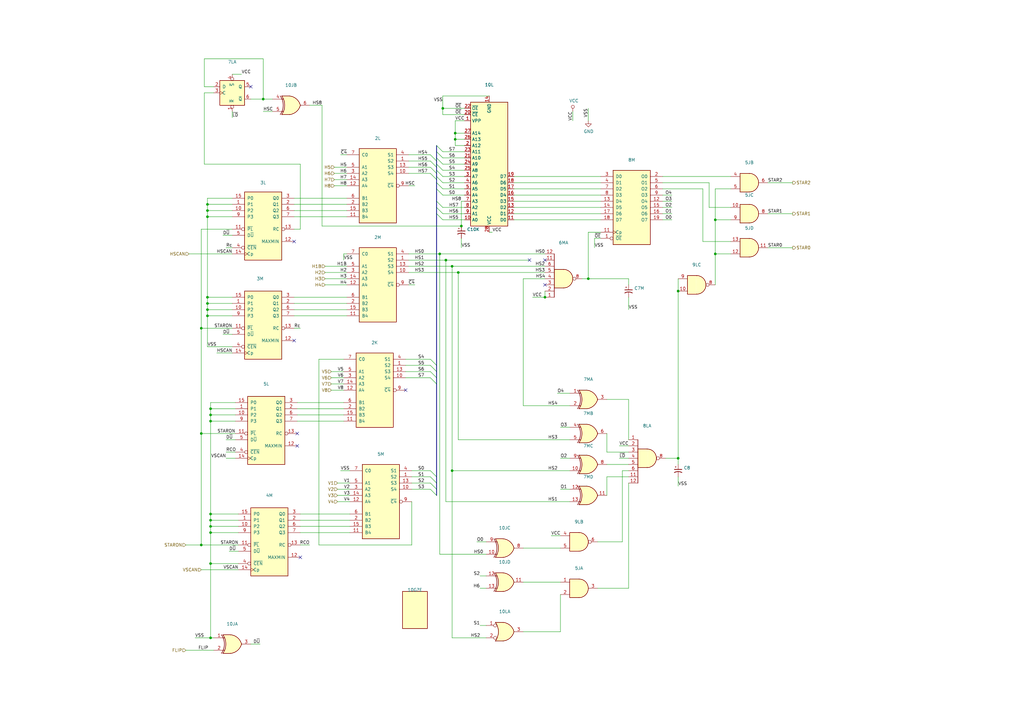
<source format=kicad_sch>
(kicad_sch (version 20211123) (generator eeschema)
  (paper "A3")
  (lib_symbols
    (symbol "Device:CP1_Small" (pin_numbers hide) (pin_names (offset 0.254) hide)
      (property "Reference" "C" (at 0.254 1.778 0))
      (property "Value" "CP1_Small" (at 0.254 -2.032 0))
      (symbol "CP1_Small_1_1"
        (pin passive line (at 0 2.54 270) (length 2.032) (name "~") (number "1"))
        (pin passive line (at 0 -2.54 90) (length 2.032) (name "~") (number "2"))
      )
    )
    (symbol "Memory_EPROM:27256"
      (property "Reference" "U" (at -7.62 26.67 0))
      (property "Value" "27256" (at 2.54 -26.67 0))
      (symbol "27256_1_1"
        (pin input line (at -10.16 -17.78 0) (length 2.54) (name "VPP") (number "1"))
        (pin input line (at -10.16 22.86 0) (length 2.54) (name "A0") (number "10"))
        (pin tri_state line (at 10.16 22.86 180) (length 2.54) (name "D0") (number "11"))
        (pin tri_state line (at 10.16 20.32 180) (length 2.54) (name "D1") (number "12"))
        (pin tri_state line (at 10.16 17.78 180) (length 2.54) (name "D2") (number "13"))
        (pin power_in line (at 0 -27.94 90) (length 2.54) (name "GND") (number "14"))
        (pin tri_state line (at 10.16 15.24 180) (length 2.54) (name "D3") (number "15"))
        (pin tri_state line (at 10.16 12.7 180) (length 2.54) (name "D4") (number "16"))
        (pin tri_state line (at 10.16 10.16 180) (length 2.54) (name "D5") (number "17"))
        (pin tri_state line (at 10.16 7.62 180) (length 2.54) (name "D6") (number "18"))
        (pin tri_state line (at 10.16 5.08 180) (length 2.54) (name "D7") (number "19"))
        (pin input line (at -10.16 -7.62 0) (length 2.54) (name "A12") (number "2"))
        (pin input line (at -10.16 -20.32 0) (length 2.54) (name "~{CE}") (number "20"))
        (pin input line (at -10.16 -2.54 0) (length 2.54) (name "A10") (number "21"))
        (pin input line (at -10.16 -22.86 0) (length 2.54) (name "~{OE}") (number "22"))
        (pin input line (at -10.16 -5.08 0) (length 2.54) (name "A11") (number "23"))
        (pin input line (at -10.16 0 0) (length 2.54) (name "A9") (number "24"))
        (pin input line (at -10.16 2.54 0) (length 2.54) (name "A8") (number "25"))
        (pin input line (at -10.16 -10.16 0) (length 2.54) (name "A13") (number "26"))
        (pin input line (at -10.16 -12.7 0) (length 2.54) (name "A14") (number "27"))
        (pin power_in line (at 0 27.94 270) (length 2.54) (name "VCC") (number "28"))
        (pin input line (at -10.16 5.08 0) (length 2.54) (name "A7") (number "3"))
        (pin input line (at -10.16 7.62 0) (length 2.54) (name "A6") (number "4"))
        (pin input line (at -10.16 10.16 0) (length 2.54) (name "A5") (number "5"))
        (pin input line (at -10.16 12.7 0) (length 2.54) (name "A4") (number "6"))
        (pin input line (at -10.16 15.24 0) (length 2.54) (name "A3") (number "7"))
        (pin input line (at -10.16 17.78 0) (length 2.54) (name "A2") (number "8"))
        (pin input line (at -10.16 20.32 0) (length 2.54) (name "A1") (number "9"))
      )
    )
    (symbol "jt74:74LS00" (pin_names (offset 1.016))
      (property "Reference" "U" (at 0 1.27 0))
      (property "Value" "jt74_74LS00" (at 0 -1.27 0))
      (symbol "74LS00_1_1"
        (pin input line (at -7.62 2.54 0) (length 3.81) (name "~") (number "1"))
        (pin input line (at -7.62 -2.54 0) (length 3.81) (name "~") (number "2"))
        (pin output inverted (at 7.62 0 180) (length 3.81) (name "~") (number "3"))
      )
      (symbol "74LS00_1_2"
        (pin input inverted (at -7.62 2.54 0) (length 4.318) (name "~") (number "1"))
        (pin input inverted (at -7.62 -2.54 0) (length 4.318) (name "~") (number "2"))
        (pin output line (at 7.62 0 180) (length 3.81) (name "~") (number "3"))
      )
      (symbol "74LS00_2_1"
        (pin input line (at -7.62 2.54 0) (length 3.81) (name "~") (number "4"))
        (pin input line (at -7.62 -2.54 0) (length 3.81) (name "~") (number "5"))
        (pin output inverted (at 7.62 0 180) (length 3.81) (name "~") (number "6"))
      )
      (symbol "74LS00_2_2"
        (pin input inverted (at -7.62 2.54 0) (length 4.318) (name "~") (number "4"))
        (pin input inverted (at -7.62 -2.54 0) (length 4.318) (name "~") (number "5"))
        (pin output line (at 7.62 0 180) (length 3.81) (name "~") (number "6"))
      )
      (symbol "74LS00_3_1"
        (pin input line (at -7.62 -2.54 0) (length 3.81) (name "~") (number "10"))
        (pin output inverted (at 7.62 0 180) (length 3.81) (name "~") (number "8"))
        (pin input line (at -7.62 2.54 0) (length 3.81) (name "~") (number "9"))
      )
      (symbol "74LS00_3_2"
        (pin input inverted (at -7.62 -2.54 0) (length 4.318) (name "~") (number "10"))
        (pin output line (at 7.62 0 180) (length 3.81) (name "~") (number "8"))
        (pin input inverted (at -7.62 2.54 0) (length 4.318) (name "~") (number "9"))
      )
      (symbol "74LS00_4_1"
        (pin output inverted (at 7.62 0 180) (length 3.81) (name "~") (number "11"))
        (pin input line (at -7.62 2.54 0) (length 3.81) (name "~") (number "12"))
        (pin input line (at -7.62 -2.54 0) (length 3.81) (name "~") (number "13"))
      )
      (symbol "74LS00_4_2"
        (pin output line (at 7.62 0 180) (length 3.81) (name "~") (number "11"))
        (pin input inverted (at -7.62 2.54 0) (length 4.318) (name "~") (number "12"))
        (pin input inverted (at -7.62 -2.54 0) (length 4.318) (name "~") (number "13"))
      )
      (symbol "74LS00_5_0"
        (pin input line (at 0 12.7 270) (length 5.08) hide (name "VCC") (number "14"))
        (pin input line (at 0 -12.7 90) (length 5.08) hide (name "GND") (number "7"))
      )
    )
    (symbol "jt74:74LS08" (pin_names (offset 1.016))
      (property "Reference" "U" (at 0 1.27 0))
      (property "Value" "jt74_74LS08" (at 0 -1.27 0))
      (symbol "74LS08_1_1"
        (pin input line (at -7.62 2.54 0) (length 3.81) (name "~") (number "1"))
        (pin input line (at -7.62 -2.54 0) (length 3.81) (name "~") (number "2"))
        (pin output line (at 7.62 0 180) (length 3.81) (name "~") (number "3"))
      )
      (symbol "74LS08_1_2"
        (pin input inverted (at -7.62 2.54 0) (length 4.318) (name "~") (number "1"))
        (pin input inverted (at -7.62 -2.54 0) (length 4.318) (name "~") (number "2"))
        (pin output inverted (at 7.62 0 180) (length 3.81) (name "~") (number "3"))
      )
      (symbol "74LS08_2_1"
        (pin input line (at -7.62 2.54 0) (length 3.81) (name "~") (number "4"))
        (pin input line (at -7.62 -2.54 0) (length 3.81) (name "~") (number "5"))
        (pin output line (at 7.62 0 180) (length 3.81) (name "~") (number "6"))
      )
      (symbol "74LS08_2_2"
        (pin input inverted (at -7.62 2.54 0) (length 4.318) (name "~") (number "4"))
        (pin input inverted (at -7.62 -2.54 0) (length 4.318) (name "~") (number "5"))
        (pin output inverted (at 7.62 0 180) (length 3.81) (name "~") (number "6"))
      )
      (symbol "74LS08_3_1"
        (pin input line (at -7.62 -2.54 0) (length 3.81) (name "~") (number "10"))
        (pin output line (at 7.62 0 180) (length 3.81) (name "~") (number "8"))
        (pin input line (at -7.62 2.54 0) (length 3.81) (name "~") (number "9"))
      )
      (symbol "74LS08_3_2"
        (pin input inverted (at -7.62 -2.54 0) (length 4.318) (name "~") (number "10"))
        (pin output inverted (at 7.62 0 180) (length 3.81) (name "~") (number "8"))
        (pin input inverted (at -7.62 2.54 0) (length 4.318) (name "~") (number "9"))
      )
      (symbol "74LS08_4_1"
        (pin output line (at 7.62 0 180) (length 3.81) (name "~") (number "11"))
        (pin input line (at -7.62 2.54 0) (length 3.81) (name "~") (number "12"))
        (pin input line (at -7.62 -2.54 0) (length 3.81) (name "~") (number "13"))
      )
      (symbol "74LS08_4_2"
        (pin output inverted (at 7.62 0 180) (length 3.81) (name "~") (number "11"))
        (pin input inverted (at -7.62 2.54 0) (length 4.318) (name "~") (number "12"))
        (pin input inverted (at -7.62 -2.54 0) (length 4.318) (name "~") (number "13"))
      )
      (symbol "74LS08_5_0"
        (pin input line (at 0 12.7 270) (length 5.08) hide (name "VCC") (number "14"))
        (pin input line (at 0 -12.7 90) (length 5.08) hide (name "GND") (number "7"))
      )
    )
    (symbol "jt74:74LS191" (pin_names (offset 1.016))
      (property "Reference" "U" (at -7.62 13.97 0))
      (property "Value" "jt74_74LS191" (at -7.62 -16.51 0))
      (symbol "74LS191_1_0"
        (pin input line (at -12.7 7.62 0) (length 5.08) (name "P1") (number "1"))
        (pin input line (at -12.7 5.08 0) (length 5.08) (name "P2") (number "10"))
        (pin input inverted (at -12.7 -2.54 0) (length 5.08) (name "~{PL}") (number "11"))
        (pin output line (at 12.7 -7.62 180) (length 5.08) (name "MAXMIN") (number "12"))
        (pin output inverted (at 12.7 -2.54 180) (length 5.08) (name "RC") (number "13"))
        (pin input clock (at -12.7 -12.7 0) (length 5.08) (name "Cp") (number "14"))
        (pin input line (at -12.7 10.16 0) (length 5.08) (name "P0") (number "15"))
        (pin input line (at 0 17.78 270) (length 5.08) hide (name "VCC") (number "16"))
        (pin output line (at 12.7 7.62 180) (length 5.08) (name "Q1") (number "2"))
        (pin output line (at 12.7 10.16 180) (length 5.08) (name "Q0") (number "3"))
        (pin input inverted (at -12.7 -10.16 0) (length 5.08) (name "~{CEN}") (number "4"))
        (pin input line (at -12.7 -5.08 0) (length 5.08) (name "D~{U}") (number "5"))
        (pin output line (at 12.7 5.08 180) (length 5.08) (name "Q2") (number "6"))
        (pin output line (at 12.7 2.54 180) (length 5.08) (name "Q3") (number "7"))
        (pin input line (at 0 -20.32 90) (length 5.08) hide (name "GND") (number "8"))
        (pin input line (at -12.7 2.54 0) (length 5.08) (name "P3") (number "9"))
      )
    )
    (symbol "jt74:74LS283" (pin_names (offset 1.016))
      (property "Reference" "U" (at 0 -5.08 0))
      (property "Value" "jt74_74LS283" (at 1.27 -7.62 0))
      (symbol "74LS283_1_0"
        (pin output line (at 12.7 10.16 180) (length 5.08) (name "S2") (number "1"))
        (pin output line (at 12.7 5.08 180) (length 5.08) (name "S4") (number "10"))
        (pin input line (at -12.7 -12.7 0) (length 5.08) (name "B4") (number "11"))
        (pin input line (at -12.7 0 0) (length 5.08) (name "A4") (number "12"))
        (pin output line (at 12.7 7.62 180) (length 5.08) (name "S3") (number "13"))
        (pin input line (at -12.7 2.54 0) (length 5.08) (name "A3") (number "14"))
        (pin input line (at -12.7 -10.16 0) (length 5.08) (name "B3") (number "15"))
        (pin input line (at -12.7 -7.62 0) (length 5.08) (name "B2") (number "2"))
        (pin input line (at -12.7 5.08 0) (length 5.08) (name "A2") (number "3"))
        (pin output line (at 12.7 12.7 180) (length 5.08) (name "S1") (number "4"))
        (pin input line (at -12.7 7.62 0) (length 5.08) (name "A1") (number "5"))
        (pin input line (at -12.7 -5.08 0) (length 5.08) (name "B1") (number "6"))
        (pin input line (at -12.7 12.7 0) (length 5.08) (name "C0") (number "7"))
        (pin output inverted (at 12.7 0 180) (length 5.08) (name "~{C4}") (number "9"))
      )
    )
    (symbol "jt74:74LS30" (pin_names (offset 1.016))
      (property "Reference" "U" (at 0 1.27 0))
      (property "Value" "jt74_74LS30" (at 0 -1.27 0))
      (symbol "74LS30_1_1"
        (pin input line (at -7.62 7.62 0) (length 3.81) (name "~") (number "1"))
        (pin input line (at -7.62 -7.62 0) (length 3.81) (name "~") (number "11"))
        (pin input line (at -7.62 -10.16 0) (length 3.81) (name "~") (number "12"))
        (pin input line (at -7.62 5.08 0) (length 3.81) (name "~") (number "2"))
        (pin input line (at -7.62 2.54 0) (length 3.81) (name "~") (number "3"))
        (pin input line (at -7.62 0 0) (length 3.81) (name "~") (number "4"))
        (pin input line (at -7.62 -2.54 0) (length 3.81) (name "~") (number "5"))
        (pin input line (at -7.62 -5.08 0) (length 3.81) (name "~") (number "6"))
        (pin output inverted (at 7.62 0 180) (length 3.81) (name "~") (number "8"))
      )
      (symbol "74LS30_1_2"
        (pin input inverted (at -7.62 7.62 0) (length 3.81) (name "~") (number "1"))
        (pin input inverted (at -7.62 -7.62 0) (length 3.81) (name "~") (number "11"))
        (pin input inverted (at -7.62 -10.16 0) (length 3.81) (name "~") (number "12"))
        (pin input inverted (at -7.62 5.08 0) (length 3.81) (name "~") (number "2"))
        (pin input inverted (at -7.62 2.54 0) (length 4.5466) (name "~") (number "3"))
        (pin input inverted (at -7.62 0 0) (length 5.08) (name "~") (number "4"))
        (pin input inverted (at -7.62 -2.54 0) (length 4.5466) (name "~") (number "5"))
        (pin input inverted (at -7.62 -5.08 0) (length 3.81) (name "~") (number "6"))
        (pin output line (at 7.62 0 180) (length 3.81) (name "~") (number "8"))
      )
      (symbol "74LS30_2_0"
        (pin input line (at 0 12.7 270) (length 5.08) hide (name "VCC") (number "14"))
        (pin input line (at 0 -12.7 90) (length 5.08) hide (name "GND") (number "7"))
      )
    )
    (symbol "jt74:74LS374" (pin_names (offset 1.016))
      (property "Reference" "U" (at 0 1.27 0))
      (property "Value" "jt74_74LS374" (at 2.54 -13.97 0))
      (symbol "74LS374_1_0"
        (pin input inverted (at -12.7 -12.7 0) (length 5.08) (name "~{OE}") (number "1"))
        (pin input clock (at -12.7 -10.16 0) (length 5.08) (name "Cp") (number "11"))
        (pin tri_state line (at 12.7 2.54 180) (length 5.08) (name "O4") (number "12"))
        (pin input line (at -12.7 2.54 0) (length 5.08) (name "D4") (number "13"))
        (pin input line (at -12.7 0 0) (length 5.08) (name "D5") (number "14"))
        (pin tri_state line (at 12.7 0 180) (length 5.08) (name "O5") (number "15"))
        (pin tri_state line (at 12.7 -2.54 180) (length 5.08) (name "O6") (number "16"))
        (pin input line (at -12.7 -2.54 0) (length 5.08) (name "D6") (number "17"))
        (pin input line (at -12.7 -5.08 0) (length 5.08) (name "D7") (number "18"))
        (pin tri_state line (at 12.7 -5.08 180) (length 5.08) (name "O7") (number "19"))
        (pin tri_state line (at 12.7 12.7 180) (length 5.08) (name "O0") (number "2"))
        (pin input line (at -12.7 12.7 0) (length 5.08) (name "D0") (number "3"))
        (pin input line (at -12.7 10.16 0) (length 5.08) (name "D1") (number "4"))
        (pin tri_state line (at 12.7 10.16 180) (length 5.08) (name "O1") (number "5"))
        (pin tri_state line (at 12.7 7.62 180) (length 5.08) (name "O2") (number "6"))
        (pin input line (at -12.7 7.62 0) (length 5.08) (name "D2") (number "7"))
        (pin input line (at -12.7 5.08 0) (length 5.08) (name "D3") (number "8"))
        (pin tri_state line (at 12.7 5.08 180) (length 5.08) (name "O3") (number "9"))
      )
    )
    (symbol "jt74:74LS74" (pin_names (offset 1.016))
      (property "Reference" "U" (at -7.62 8.89 0))
      (property "Value" "jt74_74LS74" (at -7.62 -8.89 0))
      (symbol "74LS74_1_0"
        (pin input inverted (at 0 -7.62 90) (length 2.54) (name "~{R}") (number "1"))
        (pin input line (at -7.62 2.54 0) (length 2.54) (name "D") (number "2"))
        (pin input clock (at -7.62 0 0) (length 2.54) (name "C") (number "3"))
        (pin input inverted (at 0 7.62 270) (length 2.54) (name "~{S}") (number "4"))
        (pin output line (at 7.62 2.54 180) (length 2.54) (name "Q") (number "5"))
        (pin output line (at 7.62 -2.54 180) (length 2.54) (name "~{Q}") (number "6"))
      )
      (symbol "74LS74_2_0"
        (pin input line (at 0 7.62 270) (length 2.54) (name "~{S}") (number "10"))
        (pin input clock (at -7.62 0 0) (length 2.54) (name "C") (number "11"))
        (pin input line (at -7.62 2.54 0) (length 2.54) (name "D") (number "12"))
        (pin input line (at 0 -7.62 90) (length 2.54) (name "~{R}") (number "13"))
        (pin output line (at 7.62 -2.54 180) (length 2.54) (name "~{Q}") (number "8"))
        (pin output line (at 7.62 2.54 180) (length 2.54) (name "Q") (number "9"))
      )
      (symbol "74LS74_3_0"
        (pin input line (at 0 10.16 270) (length 2.54) hide (name "VCC") (number "14"))
        (pin input line (at 0 -10.16 90) (length 2.54) hide (name "GND") (number "7"))
      )
    )
    (symbol "jt74:74LS86" (pin_names (offset 1.016))
      (property "Reference" "U" (at 0 1.27 0))
      (property "Value" "jt74_74LS86" (at 0 -1.27 0))
      (symbol "74LS86_1_0"
        (pin input line (at -7.62 2.54 0) (length 4.445) (name "~") (number "1"))
        (pin input line (at -7.62 -2.54 0) (length 4.445) (name "~") (number "2"))
        (pin output line (at 7.62 0 180) (length 3.81) (name "~") (number "3"))
      )
      (symbol "74LS86_2_0"
        (pin input line (at -7.62 2.54 0) (length 4.445) (name "~") (number "4"))
        (pin input line (at -7.62 -2.54 0) (length 4.445) (name "~") (number "5"))
        (pin output line (at 7.62 0 180) (length 3.81) (name "~") (number "6"))
      )
      (symbol "74LS86_3_0"
        (pin input line (at -7.62 -2.54 0) (length 4.445) (name "~") (number "10"))
        (pin output line (at 7.62 0 180) (length 3.81) (name "~") (number "8"))
        (pin input line (at -7.62 2.54 0) (length 4.445) (name "~") (number "9"))
      )
      (symbol "74LS86_4_0"
        (pin output line (at 7.62 0 180) (length 3.81) (name "~") (number "11"))
        (pin input line (at -7.62 2.54 0) (length 4.445) (name "~") (number "12"))
        (pin input line (at -7.62 -2.54 0) (length 4.445) (name "~") (number "13"))
      )
      (symbol "74LS86_5_0"
        (pin input line (at 0 12.7 270) (length 5.08) hide (name "VCC") (number "14"))
        (pin input line (at 0 -12.7 90) (length 5.08) hide (name "GND") (number "7"))
      )
    )
    (symbol "power:GND" (power) (pin_names (offset 0))
      (property "Value" "GND" (at 0 -3.81 0))
      (symbol "GND_1_1"
        (pin power_in line (at 0 0 270) (length 0) hide (name "GND") (number "1"))
      )
    )
    (symbol "power:VCC" (power) (pin_names (offset 0))
      (property "Value" "VCC" (at 0 3.81 0))
      (symbol "VCC_1_1"
        (pin power_in line (at 0 0 90) (length 0) hide (name "VCC") (number "1"))
      )
    )
  )
  (junction (at 86.36 231.14))
  (junction (at 278.13 187.96))
  (junction (at 85.09 83.82))
  (junction (at 86.36 261.62))
  (junction (at 82.55 134.62))
  (junction (at 85.09 86.36))
  (junction (at 85.09 124.46))
  (junction (at 86.36 167.64))
  (junction (at 186.69 54.61))
  (junction (at 85.09 88.9))
  (junction (at 85.09 127))
  (junction (at 185.42 193.04))
  (junction (at 86.36 215.9))
  (junction (at 85.09 129.54))
  (junction (at 241.3 114.3))
  (junction (at 86.36 218.44))
  (junction (at 86.36 170.18))
  (junction (at 86.36 210.82))
  (junction (at 181.61 44.45))
  (junction (at 293.37 104.14))
  (junction (at 180.34 104.14))
  (junction (at 187.96 111.76))
  (junction (at 86.36 213.36))
  (junction (at 278.13 119.38))
  (junction (at 85.09 121.92))
  (junction (at 107.95 40.64))
  (junction (at 293.37 90.17))
  (junction (at 185.42 109.22))
  (junction (at 223.52 121.92))
  (junction (at 86.36 172.72))
  (junction (at 182.88 106.68))
  (junction (at 82.55 177.8))
  (junction (at 189.23 92.71))
  (junction (at 82.55 223.52))
  (junction (at 186.69 57.15))
  (no_connect (at 223.52 116.84))
  (no_connect (at 121.92 182.88))
  (no_connect (at 166.37 160.02))
  (no_connect (at 121.92 177.8))
  (no_connect (at 123.19 228.6))
  (no_connect (at 223.52 106.68))
  (no_connect (at 120.65 139.7))
  (no_connect (at 102.87 35.56))
  (no_connect (at 217.17 106.68))
  (no_connect (at 120.65 99.06))
  (bus_entry (at 179.07 62.23) (size 2.54 2.54))
  (bus_entry (at 179.07 157.48) (size -2.54 -2.54))
  (bus_entry (at 179.07 68.58) (size -2.54 -2.54))
  (bus_entry (at 179.07 72.39) (size 2.54 2.54))
  (bus_entry (at 176.53 195.58) (size 2.54 2.54))
  (bus_entry (at 179.07 66.04) (size -2.54 -2.54))
  (bus_entry (at 179.07 149.86) (size -2.54 -2.54))
  (bus_entry (at 179.07 71.12) (size -2.54 -2.54))
  (bus_entry (at 179.07 154.94) (size -2.54 -2.54))
  (bus_entry (at 179.07 64.77) (size 2.54 2.54))
  (bus_entry (at 179.07 85.09) (size 2.54 2.54))
  (bus_entry (at 179.07 77.47) (size 2.54 2.54))
  (bus_entry (at 179.07 59.69) (size 2.54 2.54))
  (bus_entry (at 179.07 73.66) (size -2.54 -2.54))
  (bus_entry (at 179.07 74.93) (size 2.54 2.54))
  (bus_entry (at 179.07 69.85) (size 2.54 2.54))
  (bus_entry (at 179.07 67.31) (size 2.54 2.54))
  (bus_entry (at 179.07 82.55) (size 2.54 2.54))
  (bus_entry (at 176.53 200.66) (size 2.54 2.54))
  (bus_entry (at 179.07 152.4) (size -2.54 -2.54))
  (bus_entry (at 176.53 193.04) (size 2.54 2.54))
  (bus_entry (at 176.53 198.12) (size 2.54 2.54))
  (bus_entry (at 179.07 87.63) (size 2.54 2.54))
  (wire (pts (xy 229.87 175.26) (xy 233.68 175.26)))
  (wire (pts (xy 228.6 161.29) (xy 233.68 161.29)))
  (wire (pts (xy 170.18 116.84) (xy 167.64 116.84)))
  (wire (pts (xy 85.09 124.46) (xy 85.09 127)))
  (wire (pts (xy 176.53 200.66) (xy 168.91 200.66)))
  (wire (pts (xy 181.61 64.77) (xy 190.5 64.77)))
  (wire (pts (xy 123.19 134.62) (xy 120.65 134.62)))
  (wire (pts (xy 95.25 30.48) (xy 99.06 30.48)))
  (wire (pts (xy 196.85 256.54) (xy 199.39 256.54)))
  (wire (pts (xy 181.61 44.45) (xy 190.5 44.45)))
  (wire (pts (xy 120.65 121.92) (xy 142.24 121.92)))
  (wire (pts (xy 82.55 134.62) (xy 82.55 93.98)))
  (wire (pts (xy 233.68 180.34) (xy 187.96 180.34)))
  (wire (pts (xy 130.81 223.52) (xy 168.91 223.52)))
  (wire (pts (xy 214.63 114.3) (xy 223.52 114.3)))
  (wire (pts (xy 96.52 165.1) (xy 86.36 165.1)))
  (wire (pts (xy 248.92 163.83) (xy 257.81 163.83)))
  (wire (pts (xy 121.92 167.64) (xy 140.97 167.64)))
  (wire (pts (xy 80.01 261.62) (xy 86.36 261.62)))
  (wire (pts (xy 241.3 95.25) (xy 241.3 114.3)))
  (wire (pts (xy 255.27 222.25) (xy 245.11 222.25)))
  (wire (pts (xy 180.34 104.14) (xy 180.34 227.33)))
  (wire (pts (xy 167.64 109.22) (xy 185.42 109.22)))
  (wire (pts (xy 181.61 90.17) (xy 190.5 90.17)))
  (wire (pts (xy 254 182.88) (xy 257.81 182.88)))
  (wire (pts (xy 86.36 165.1) (xy 86.36 167.64)))
  (wire (pts (xy 273.05 187.96) (xy 278.13 187.96)))
  (bus (pts (xy 179.07 152.4) (xy 179.07 154.94)))
  (wire (pts (xy 86.36 213.36) (xy 86.36 215.9)))
  (bus (pts (xy 179.07 77.47) (xy 179.07 82.55)))
  (wire (pts (xy 123.19 213.36) (xy 143.51 213.36)))
  (bus (pts (xy 179.07 71.12) (xy 179.07 72.39)))
  (wire (pts (xy 170.18 76.2) (xy 167.64 76.2)))
  (wire (pts (xy 87.63 38.1) (xy 83.82 38.1)))
  (wire (pts (xy 120.65 124.46) (xy 142.24 124.46)))
  (wire (pts (xy 137.16 76.2) (xy 142.24 76.2)))
  (wire (pts (xy 95.25 101.6) (xy 92.71 101.6)))
  (wire (pts (xy 181.61 74.93) (xy 190.5 74.93)))
  (wire (pts (xy 127 43.18) (xy 132.08 43.18)))
  (wire (pts (xy 86.36 170.18) (xy 86.36 172.72)))
  (bus (pts (xy 179.07 157.48) (xy 179.07 195.58)))
  (wire (pts (xy 257.81 114.3) (xy 257.81 116.84)))
  (wire (pts (xy 181.61 39.37) (xy 181.61 44.45)))
  (wire (pts (xy 137.16 71.12) (xy 142.24 71.12)))
  (wire (pts (xy 223.52 119.38) (xy 223.52 121.92)))
  (wire (pts (xy 123.19 215.9) (xy 143.51 215.9)))
  (wire (pts (xy 210.82 85.09) (xy 246.38 85.09)))
  (wire (pts (xy 97.79 210.82) (xy 86.36 210.82)))
  (bus (pts (xy 179.07 64.77) (xy 179.07 66.04)))
  (wire (pts (xy 95.25 88.9) (xy 85.09 88.9)))
  (wire (pts (xy 255.27 193.04) (xy 255.27 222.25)))
  (wire (pts (xy 248.92 195.58) (xy 248.92 203.2)))
  (wire (pts (xy 82.55 177.8) (xy 82.55 134.62)))
  (wire (pts (xy 76.2 266.7) (xy 87.63 266.7)))
  (wire (pts (xy 314.96 101.6) (xy 325.12 101.6)))
  (wire (pts (xy 257.81 195.58) (xy 248.92 195.58)))
  (wire (pts (xy 85.09 86.36) (xy 85.09 88.9)))
  (wire (pts (xy 243.84 97.79) (xy 243.84 101.6)))
  (wire (pts (xy 248.92 185.42) (xy 257.81 185.42)))
  (wire (pts (xy 85.09 127) (xy 95.25 127)))
  (wire (pts (xy 83.82 67.31) (xy 123.19 67.31)))
  (wire (pts (xy 257.81 241.3) (xy 245.11 241.3)))
  (wire (pts (xy 257.81 163.83) (xy 257.81 180.34)))
  (wire (pts (xy 102.87 264.16) (xy 106.68 264.16)))
  (wire (pts (xy 196.85 241.3) (xy 199.39 241.3)))
  (wire (pts (xy 95.25 96.52) (xy 91.44 96.52)))
  (wire (pts (xy 271.78 90.17) (xy 275.59 90.17)))
  (wire (pts (xy 121.92 172.72) (xy 140.97 172.72)))
  (wire (pts (xy 182.88 106.68) (xy 217.17 106.68)))
  (wire (pts (xy 123.19 93.98) (xy 120.65 93.98)))
  (wire (pts (xy 142.24 63.5) (xy 139.7 63.5)))
  (wire (pts (xy 229.87 200.66) (xy 233.68 200.66)))
  (wire (pts (xy 246.38 95.25) (xy 241.3 95.25)))
  (wire (pts (xy 196.85 236.22) (xy 199.39 236.22)))
  (wire (pts (xy 257.81 187.96) (xy 254 187.96)))
  (wire (pts (xy 168.91 223.52) (xy 168.91 205.74)))
  (wire (pts (xy 85.09 88.9) (xy 85.09 121.92)))
  (wire (pts (xy 123.19 210.82) (xy 143.51 210.82)))
  (wire (pts (xy 133.35 116.84) (xy 142.24 116.84)))
  (wire (pts (xy 167.64 104.14) (xy 180.34 104.14)))
  (wire (pts (xy 140.97 104.14) (xy 142.24 104.14)))
  (bus (pts (xy 179.07 72.39) (xy 179.07 73.66)))
  (bus (pts (xy 179.07 149.86) (xy 179.07 152.4)))
  (wire (pts (xy 176.53 198.12) (xy 168.91 198.12)))
  (wire (pts (xy 85.09 121.92) (xy 95.25 121.92)))
  (wire (pts (xy 229.87 187.96) (xy 233.68 187.96)))
  (wire (pts (xy 293.37 90.17) (xy 293.37 104.14)))
  (wire (pts (xy 120.65 83.82) (xy 142.24 83.82)))
  (wire (pts (xy 123.19 218.44) (xy 143.51 218.44)))
  (wire (pts (xy 120.65 81.28) (xy 142.24 81.28)))
  (wire (pts (xy 271.78 74.93) (xy 290.83 74.93)))
  (wire (pts (xy 176.53 66.04) (xy 167.64 66.04)))
  (wire (pts (xy 86.36 172.72) (xy 86.36 210.82)))
  (wire (pts (xy 133.35 111.76) (xy 142.24 111.76)))
  (bus (pts (xy 179.07 200.66) (xy 179.07 203.2)))
  (wire (pts (xy 241.3 49.53) (xy 241.3 44.45)))
  (wire (pts (xy 181.61 85.09) (xy 190.5 85.09)))
  (bus (pts (xy 179.07 198.12) (xy 179.07 200.66)))
  (wire (pts (xy 182.88 106.68) (xy 182.88 205.74)))
  (wire (pts (xy 82.55 134.62) (xy 95.25 134.62)))
  (wire (pts (xy 271.78 72.39) (xy 299.72 72.39)))
  (wire (pts (xy 88.9 144.78) (xy 95.25 144.78)))
  (wire (pts (xy 248.92 190.5) (xy 257.81 190.5)))
  (wire (pts (xy 95.25 83.82) (xy 85.09 83.82)))
  (bus (pts (xy 179.07 69.85) (xy 179.07 71.12)))
  (wire (pts (xy 120.65 127) (xy 142.24 127)))
  (wire (pts (xy 85.09 121.92) (xy 85.09 124.46)))
  (wire (pts (xy 140.97 104.14) (xy 140.97 106.68)))
  (wire (pts (xy 138.43 205.74) (xy 143.51 205.74)))
  (wire (pts (xy 87.63 35.56) (xy 83.82 35.56)))
  (wire (pts (xy 186.69 54.61) (xy 190.5 54.61)))
  (wire (pts (xy 176.53 68.58) (xy 167.64 68.58)))
  (wire (pts (xy 293.37 104.14) (xy 299.72 104.14)))
  (wire (pts (xy 95.25 81.28) (xy 85.09 81.28)))
  (wire (pts (xy 97.79 218.44) (xy 86.36 218.44)))
  (wire (pts (xy 181.61 77.47) (xy 190.5 77.47)))
  (wire (pts (xy 77.47 104.14) (xy 95.25 104.14)))
  (bus (pts (xy 179.07 66.04) (xy 179.07 67.31)))
  (wire (pts (xy 187.96 111.76) (xy 223.52 111.76)))
  (wire (pts (xy 271.78 80.01) (xy 275.59 80.01)))
  (wire (pts (xy 107.95 40.64) (xy 111.76 40.64)))
  (wire (pts (xy 195.58 222.25) (xy 199.39 222.25)))
  (wire (pts (xy 278.13 114.3) (xy 278.13 119.38)))
  (wire (pts (xy 85.09 124.46) (xy 95.25 124.46)))
  (wire (pts (xy 82.55 233.68) (xy 97.79 233.68)))
  (wire (pts (xy 167.64 106.68) (xy 182.88 106.68)))
  (wire (pts (xy 138.43 198.12) (xy 143.51 198.12)))
  (wire (pts (xy 238.76 114.3) (xy 241.3 114.3)))
  (wire (pts (xy 187.96 180.34) (xy 187.96 111.76)))
  (wire (pts (xy 97.79 231.14) (xy 86.36 231.14)))
  (wire (pts (xy 167.64 111.76) (xy 187.96 111.76)))
  (wire (pts (xy 271.78 82.55) (xy 275.59 82.55)))
  (wire (pts (xy 86.36 215.9) (xy 86.36 218.44)))
  (wire (pts (xy 257.81 121.92) (xy 257.81 127)))
  (wire (pts (xy 186.69 49.53) (xy 186.69 54.61)))
  (wire (pts (xy 138.43 200.66) (xy 143.51 200.66)))
  (wire (pts (xy 176.53 71.12) (xy 167.64 71.12)))
  (wire (pts (xy 97.79 213.36) (xy 86.36 213.36)))
  (wire (pts (xy 96.52 170.18) (xy 86.36 170.18)))
  (bus (pts (xy 179.07 59.69) (xy 179.07 62.23)))
  (wire (pts (xy 210.82 80.01) (xy 246.38 80.01)))
  (wire (pts (xy 181.61 67.31) (xy 190.5 67.31)))
  (wire (pts (xy 186.69 59.69) (xy 190.5 59.69)))
  (wire (pts (xy 143.51 193.04) (xy 139.7 193.04)))
  (wire (pts (xy 135.89 157.48) (xy 140.97 157.48)))
  (wire (pts (xy 82.55 93.98) (xy 95.25 93.98)))
  (wire (pts (xy 299.72 90.17) (xy 293.37 90.17)))
  (wire (pts (xy 185.42 109.22) (xy 223.52 109.22)))
  (wire (pts (xy 185.42 193.04) (xy 185.42 261.62)))
  (wire (pts (xy 96.52 180.34) (xy 92.71 180.34)))
  (wire (pts (xy 278.13 187.96) (xy 278.13 190.5)))
  (wire (pts (xy 97.79 226.06) (xy 93.98 226.06)))
  (wire (pts (xy 229.87 219.71) (xy 226.06 219.71)))
  (wire (pts (xy 95.25 137.16) (xy 91.44 137.16)))
  (wire (pts (xy 123.19 67.31) (xy 123.19 93.98)))
  (wire (pts (xy 130.81 147.32) (xy 130.81 223.52)))
  (wire (pts (xy 278.13 195.58) (xy 278.13 199.39)))
  (wire (pts (xy 83.82 38.1) (xy 83.82 67.31)))
  (wire (pts (xy 86.36 210.82) (xy 86.36 213.36)))
  (wire (pts (xy 135.89 154.94) (xy 140.97 154.94)))
  (wire (pts (xy 176.53 154.94) (xy 166.37 154.94)))
  (wire (pts (xy 200.66 95.25) (xy 201.93 95.25)))
  (wire (pts (xy 186.69 57.15) (xy 186.69 59.69)))
  (wire (pts (xy 190.5 57.15) (xy 186.69 57.15)))
  (wire (pts (xy 135.89 152.4) (xy 140.97 152.4)))
  (wire (pts (xy 138.43 203.2) (xy 143.51 203.2)))
  (wire (pts (xy 85.09 83.82) (xy 85.09 86.36)))
  (wire (pts (xy 271.78 87.63) (xy 275.59 87.63)))
  (wire (pts (xy 293.37 77.47) (xy 293.37 90.17)))
  (wire (pts (xy 96.52 172.72) (xy 86.36 172.72)))
  (wire (pts (xy 176.53 149.86) (xy 166.37 149.86)))
  (wire (pts (xy 290.83 74.93) (xy 290.83 85.09)))
  (wire (pts (xy 185.42 261.62) (xy 199.39 261.62)))
  (wire (pts (xy 137.16 68.58) (xy 142.24 68.58)))
  (wire (pts (xy 86.36 218.44) (xy 86.36 231.14)))
  (wire (pts (xy 86.36 167.64) (xy 86.36 170.18)))
  (wire (pts (xy 176.53 63.5) (xy 167.64 63.5)))
  (wire (pts (xy 210.82 77.47) (xy 246.38 77.47)))
  (bus (pts (xy 179.07 68.58) (xy 179.07 69.85)))
  (wire (pts (xy 181.61 80.01) (xy 190.5 80.01)))
  (wire (pts (xy 107.95 45.72) (xy 111.76 45.72)))
  (wire (pts (xy 214.63 224.79) (xy 229.87 224.79)))
  (wire (pts (xy 85.09 129.54) (xy 95.25 129.54)))
  (wire (pts (xy 214.63 166.37) (xy 233.68 166.37)))
  (wire (pts (xy 181.61 87.63) (xy 190.5 87.63)))
  (wire (pts (xy 86.36 231.14) (xy 86.36 261.62)))
  (wire (pts (xy 86.36 261.62) (xy 87.63 261.62)))
  (wire (pts (xy 137.16 73.66) (xy 142.24 73.66)))
  (wire (pts (xy 107.95 24.13) (xy 107.95 40.64)))
  (wire (pts (xy 233.68 193.04) (xy 185.42 193.04)))
  (wire (pts (xy 271.78 85.09) (xy 275.59 85.09)))
  (wire (pts (xy 185.42 109.22) (xy 185.42 193.04)))
  (wire (pts (xy 85.09 129.54) (xy 85.09 142.24)))
  (bus (pts (xy 179.07 67.31) (xy 179.07 68.58)))
  (wire (pts (xy 76.2 223.52) (xy 82.55 223.52)))
  (wire (pts (xy 120.65 86.36) (xy 142.24 86.36)))
  (wire (pts (xy 181.61 62.23) (xy 190.5 62.23)))
  (wire (pts (xy 82.55 223.52) (xy 97.79 223.52)))
  (wire (pts (xy 181.61 69.85) (xy 190.5 69.85)))
  (wire (pts (xy 278.13 119.38) (xy 278.13 187.96)))
  (wire (pts (xy 214.63 238.76) (xy 229.87 238.76)))
  (wire (pts (xy 189.23 82.55) (xy 189.23 92.71)))
  (wire (pts (xy 176.53 147.32) (xy 166.37 147.32)))
  (wire (pts (xy 248.92 177.8) (xy 248.92 185.42)))
  (bus (pts (xy 179.07 154.94) (xy 179.07 157.48)))
  (wire (pts (xy 210.82 90.17) (xy 246.38 90.17)))
  (wire (pts (xy 176.53 193.04) (xy 168.91 193.04)))
  (wire (pts (xy 190.5 49.53) (xy 186.69 49.53)))
  (wire (pts (xy 290.83 85.09) (xy 299.72 85.09)))
  (wire (pts (xy 199.39 227.33) (xy 180.34 227.33)))
  (wire (pts (xy 180.34 104.14) (xy 223.52 104.14)))
  (bus (pts (xy 179.07 82.55) (xy 179.07 85.09)))
  (wire (pts (xy 214.63 114.3) (xy 214.63 166.37)))
  (wire (pts (xy 130.81 147.32) (xy 140.97 147.32)))
  (wire (pts (xy 123.19 223.52) (xy 127 223.52)))
  (wire (pts (xy 210.82 87.63) (xy 246.38 87.63)))
  (wire (pts (xy 107.95 40.64) (xy 102.87 40.64)))
  (wire (pts (xy 299.72 99.06) (xy 288.29 99.06)))
  (wire (pts (xy 233.68 205.74) (xy 182.88 205.74)))
  (wire (pts (xy 200.66 39.37) (xy 181.61 39.37)))
  (wire (pts (xy 210.82 82.55) (xy 246.38 82.55)))
  (wire (pts (xy 85.09 81.28) (xy 85.09 83.82)))
  (wire (pts (xy 133.35 114.3) (xy 142.24 114.3)))
  (wire (pts (xy 181.61 46.99) (xy 190.5 46.99)))
  (bus (pts (xy 179.07 87.63) (xy 179.07 149.86)))
  (wire (pts (xy 121.92 170.18) (xy 140.97 170.18)))
  (wire (pts (xy 229.87 259.08) (xy 214.63 259.08)))
  (bus (pts (xy 179.07 73.66) (xy 179.07 74.93)))
  (wire (pts (xy 189.23 92.71) (xy 132.08 92.71)))
  (wire (pts (xy 176.53 195.58) (xy 168.91 195.58)))
  (wire (pts (xy 210.82 74.93) (xy 246.38 74.93)))
  (wire (pts (xy 82.55 177.8) (xy 96.52 177.8)))
  (wire (pts (xy 133.35 109.22) (xy 142.24 109.22)))
  (bus (pts (xy 179.07 62.23) (xy 179.07 64.77)))
  (wire (pts (xy 299.72 77.47) (xy 293.37 77.47)))
  (bus (pts (xy 179.07 74.93) (xy 179.07 77.47)))
  (wire (pts (xy 189.23 97.79) (xy 189.23 101.6)))
  (wire (pts (xy 82.55 223.52) (xy 82.55 177.8)))
  (bus (pts (xy 179.07 85.09) (xy 179.07 87.63)))
  (wire (pts (xy 218.44 121.92) (xy 223.52 121.92)))
  (wire (pts (xy 85.09 127) (xy 85.09 129.54)))
  (wire (pts (xy 257.81 198.12) (xy 257.81 241.3)))
  (wire (pts (xy 229.87 243.84) (xy 229.87 259.08)))
  (wire (pts (xy 257.81 193.04) (xy 255.27 193.04)))
  (wire (pts (xy 83.82 24.13) (xy 107.95 24.13)))
  (wire (pts (xy 241.3 114.3) (xy 257.81 114.3)))
  (wire (pts (xy 95.25 86.36) (xy 85.09 86.36)))
  (wire (pts (xy 181.61 44.45) (xy 181.61 46.99)))
  (wire (pts (xy 97.79 215.9) (xy 86.36 215.9)))
  (wire (pts (xy 234.95 45.72) (xy 234.95 49.53)))
  (wire (pts (xy 314.96 74.93) (xy 325.12 74.93)))
  (wire (pts (xy 135.89 160.02) (xy 140.97 160.02)))
  (wire (pts (xy 96.52 167.64) (xy 86.36 167.64)))
  (wire (pts (xy 96.52 187.96) (xy 92.71 187.96)))
  (wire (pts (xy 314.96 87.63) (xy 325.12 87.63)))
  (wire (pts (xy 96.52 185.42) (xy 92.71 185.42)))
  (wire (pts (xy 293.37 104.14) (xy 293.37 116.84)))
  (wire (pts (xy 120.65 129.54) (xy 142.24 129.54)))
  (wire (pts (xy 186.69 54.61) (xy 186.69 57.15)))
  (wire (pts (xy 120.65 88.9) (xy 142.24 88.9)))
  (wire (pts (xy 85.09 142.24) (xy 95.25 142.24)))
  (wire (pts (xy 246.38 97.79) (xy 243.84 97.79)))
  (bus (pts (xy 179.07 195.58) (xy 179.07 198.12)))
  (wire (pts (xy 83.82 35.56) (xy 83.82 24.13)))
  (wire (pts (xy 288.29 77.47) (xy 271.78 77.47)))
  (wire (pts (xy 288.29 99.06) (xy 288.29 77.47)))
  (wire (pts (xy 210.82 72.39) (xy 246.38 72.39)))
  (wire (pts (xy 190.5 82.55) (xy 189.23 82.55)))
  (wire (pts (xy 181.61 72.39) (xy 190.5 72.39)))
  (wire (pts (xy 95.25 45.72) (xy 95.25 48.26)))
  (wire (pts (xy 121.92 165.1) (xy 140.97 165.1)))
  (wire (pts (xy 176.53 152.4) (xy 166.37 152.4)))
  (wire (pts (xy 132.08 43.18) (xy 132.08 92.71)))
  (label "S4" (at 171.45 147.32 0))
  (label "S1" (at 171.45 195.58 0))
  (label "Rc" (at 123.19 134.62 180))
  (label "VCC" (at 201.93 95.25 0))
  (label "S3" (at 171.45 200.66 0))
  (label "O3" (at 229.87 175.26 0))
  (label "VSS" (at 139.7 193.04 0))
  (label "VSCAN" (at 97.79 233.68 180))
  (label "S5" (at 171.45 149.86 0))
  (label "HS0" (at 173.99 104.14 180))
  (label "RCO" (at 92.71 185.42 0))
  (label "VCC" (at 218.44 121.92 0))
  (label "O2" (at 275.59 85.09 180))
  (label "FLIP" (at 81.28 266.7 0))
  (label "VSS" (at 140.97 106.68 0))
  (label "D~{U}" (at 91.44 96.52 0))
  (label "H8" (at 142.24 76.2 180))
  (label "HS6" (at 184.15 87.63 0))
  (label "VSS" (at 241.3 44.45 270))
  (label "HS6" (at 171.45 68.58 0))
  (label "HS7" (at 184.15 85.09 0))
  (label "HSCAN" (at 88.9 144.78 0))
  (label "~{OE}" (at 243.84 97.79 0))
  (label "VCC" (at 99.06 30.48 0))
  (label "VSS" (at 257.81 127 0))
  (label "STARON" (at 96.52 177.8 180))
  (label "VCC" (at 186.69 49.53 0))
  (label "O4" (at 275.59 80.01 180))
  (label "STARON" (at 97.79 223.52 180))
  (label "VSS" (at 278.13 199.39 0))
  (label "S2" (at 171.45 198.12 0))
  (label "V4" (at 143.51 205.74 180))
  (label "~{OE}" (at 186.69 46.99 0))
  (label "S7" (at 186.69 62.23 180))
  (label "~{C4}" (at 170.18 116.84 180))
  (label "H6" (at 142.24 71.12 180))
  (label "RCO" (at 127 223.52 180))
  (label "HS1" (at 224.79 205.74 0))
  (label "VCC" (at 226.06 219.71 0))
  (label "Rc" (at 92.71 101.6 0))
  (label "S3" (at 186.69 72.39 180))
  (label "H4" (at 142.24 116.84 180))
  (label "D~{U}" (at 93.98 226.06 0))
  (label "H3" (at 142.24 114.3 180))
  (label "HS5" (at 171.45 66.04 0))
  (label "S7" (at 171.45 154.94 0))
  (label "O0" (at 275.59 90.17 180))
  (label "O0" (at 195.58 222.25 0))
  (label "H2" (at 142.24 111.76 180))
  (label "V3" (at 143.51 203.2 180))
  (label "HS8" (at 132.08 43.18 180))
  (label "HS0" (at 194.31 227.33 0))
  (label "S1" (at 196.85 256.54 180))
  (label "HS2" (at 193.04 261.62 0))
  (label "HS0" (at 223.52 104.14 180))
  (label "HS5" (at 184.15 90.17 0))
  (label "HS4" (at 224.79 166.37 0))
  (label "HS2" (at 224.79 193.04 0))
  (label "S4" (at 186.69 69.85 180))
  (label "HS3" (at 223.52 111.76 180))
  (label "O3" (at 275.59 82.55 180))
  (label "HSC" (at 107.95 45.72 0))
  (label "V5" (at 140.97 152.4 180))
  (label "H7" (at 142.24 73.66 180))
  (label "HS8" (at 189.23 82.55 180))
  (label "HS2" (at 223.52 109.22 180))
  (label "D~{U}" (at 106.68 264.16 180))
  (label "V6" (at 140.97 154.94 180))
  (label "~{OE}" (at 186.69 44.45 0))
  (label "S1" (at 186.69 77.47 180))
  (label "HSC" (at 170.18 76.2 180))
  (label "S0" (at 171.45 193.04 0))
  (label "~{C4}" (at 139.7 63.5 0))
  (label "D~{U}" (at 92.71 180.34 0))
  (label "~{LD}" (at 254 187.96 0))
  (label "O1" (at 275.59 87.63 180))
  (label "STAR2" (at 314.96 74.93 0))
  (label "HS1" (at 173.99 106.68 180))
  (label "VSS" (at 189.23 101.6 0))
  (label "HS4" (at 171.45 63.5 0))
  (label "VSS" (at 80.01 261.62 0))
  (label "V1" (at 143.51 198.12 180))
  (label "V2" (at 143.51 200.66 180))
  (label "H5" (at 142.24 68.58 180))
  (label "HS3" (at 173.99 111.76 180))
  (label "S2" (at 196.85 236.22 180))
  (label "STAR0" (at 314.96 101.6 0))
  (label "HS4" (at 219.71 114.3 0))
  (label "H1B" (at 142.24 109.22 180))
  (label "HS3" (at 224.79 180.34 0))
  (label "S6" (at 171.45 152.4 0))
  (label "STAR1" (at 314.96 87.63 0))
  (label "HS7" (at 171.45 71.12 0))
  (label "VCC" (at 234.95 49.53 90))
  (label "VSS" (at 181.61 41.91 180))
  (label "VSCAN" (at 92.71 187.96 180))
  (label "S5" (at 186.69 67.31 180))
  (label "S6" (at 186.69 64.77 180))
  (label "H6" (at 196.85 241.3 180))
  (label "V8" (at 140.97 160.02 180))
  (label "O2" (at 229.87 187.96 0))
  (label "O1" (at 229.87 200.66 0))
  (label "S2" (at 186.69 74.93 180))
  (label "D~{U}" (at 91.44 137.16 0))
  (label "O4" (at 228.6 161.29 0))
  (label "~{LD}" (at 95.25 48.26 0))
  (label "HS2" (at 173.99 109.22 180))
  (label "VCC" (at 254 182.88 0))
  (label "VSS" (at 243.84 101.6 0))
  (label "VSS" (at 85.09 142.24 0))
  (label "HSCAN" (at 95.25 104.14 180))
  (label "V7" (at 140.97 157.48 180))
  (label "STARON" (at 95.25 134.62 180))
  (label "S0" (at 186.69 80.01 180))
  (hierarchical_label "V3" (shape input) (at 138.43 203.2 180))
  (hierarchical_label "H8" (shape input) (at 137.16 76.2 180))
  (hierarchical_label "V4" (shape input) (at 138.43 205.74 180))
  (hierarchical_label "H6" (shape input) (at 137.16 71.12 180))
  (hierarchical_label "V6" (shape input) (at 135.89 154.94 180))
  (hierarchical_label "STAR1" (shape output) (at 325.12 87.63 0))
  (hierarchical_label "HSCAN" (shape input) (at 77.47 104.14 180))
  (hierarchical_label "STAR2" (shape output) (at 325.12 74.93 0))
  (hierarchical_label "H3" (shape input) (at 133.35 114.3 180))
  (hierarchical_label "V5" (shape input) (at 135.89 152.4 180))
  (hierarchical_label "H7" (shape input) (at 137.16 73.66 180))
  (hierarchical_label "STAR0" (shape output) (at 325.12 101.6 0))
  (hierarchical_label "H4" (shape input) (at 133.35 116.84 180))
  (hierarchical_label "H1B" (shape input) (at 133.35 109.22 180))
  (hierarchical_label "STARON" (shape input) (at 76.2 223.52 180))
  (hierarchical_label "V1" (shape input) (at 138.43 198.12 180))
  (hierarchical_label "VSCAN" (shape input) (at 82.55 233.68 180))
  (hierarchical_label "FLIP" (shape input) (at 76.2 266.7 180))
  (hierarchical_label "V2" (shape input) (at 138.43 200.66 180))
  (hierarchical_label "V8" (shape input) (at 135.89 160.02 180))
  (hierarchical_label "H5" (shape input) (at 137.16 68.58 180))
  (hierarchical_label "H2" (shape input) (at 133.35 111.76 180))
  (hierarchical_label "V7" (shape input) (at 135.89 157.48 180))
  (symbol (lib_id "jt74:74LS74") (at 95.25 38.1 0) (unit 1)
    (property "Reference" "7L" (at 95.25 25.4 0))
    (property "Datasheet" "74xx/74hc_hct74.pdf" (effects hide))
  )
  (symbol (lib_id "jt74:74LS191") (at 107.95 132.08 0) (unit 1)
    (property "Reference" "3M" (at 106.68 114.3 0))
    (property "Datasheet" "http://www.ti.com/lit/gpn/sn74LS191" (effects hide))
  )
  (symbol (lib_id "jt74:74LS191") (at 109.22 175.26 0) (unit 1)
    (property "Reference" "5L" (at 109.22 157.48 0))
    (property "Datasheet" "http://www.ti.com/lit/gpn/sn74LS191" (effects hide))
  )
  (symbol (lib_id "jt74:74LS191") (at 110.49 220.98 0) (unit 1)
    (property "Reference" "4M" (at 110.49 203.2 0))
    (property "Datasheet" "http://www.ti.com/lit/gpn/sn74LS191" (effects hide))
  )
  (symbol (lib_id "jt74:74LS86") (at 95.25 264.16 0) (unit 1)
    (property "Reference" "10J" (at 95.25 255.905 0))
    (property "Datasheet" "74xx/74ls86.pdf" (effects hide))
  )
  (symbol (lib_id "jt74:74LS86") (at 119.38 43.18 0) (unit 2)
    (property "Reference" "10J" (at 119.38 34.925 0))
    (property "Datasheet" "74xx/74ls86.pdf" (effects hide))
  )
  (symbol (lib_id "jt74:74LS86") (at 207.01 224.79 0) (unit 3)
    (property "Reference" "10J" (at 207.01 216.535 0))
    (property "Datasheet" "74xx/74ls86.pdf" (effects hide))
  )
  (symbol (lib_id "jt74:74LS86") (at 207.01 238.76 0) (unit 4)
    (property "Reference" "10J" (at 207.01 230.505 0))
    (property "Datasheet" "74xx/74ls86.pdf" (effects hide))
  )
  (symbol (lib_id "jt74:74LS283") (at 154.94 116.84 0) (unit 1)
    (property "Reference" "2M" (at 154.94 97.3582 0))
    (property "Datasheet" "http://www.ti.com/lit/gpn/sn74LS283" (effects hide))
  )
  (symbol (lib_id "jt74:74LS283") (at 156.21 205.74 0) (unit 1)
    (property "Reference" "5M" (at 156.21 186.2582 0))
    (property "Datasheet" "http://www.ti.com/lit/gpn/sn74LS283" (effects hide))
  )
  (symbol (lib_id "jt74:74LS00") (at 237.49 222.25 0) (unit 2)
    (property "Reference" "9L" (at 237.49 213.995 0))
    (property "Datasheet" "http://www.ti.com/lit/gpn/sn74ls00" (effects hide))
  )
  (symbol (lib_id "jt74:74LS08") (at 237.49 241.3 0) (unit 1)
    (property "Reference" "5J" (at 237.49 233.045 0))
    (property "Datasheet" "http://www.ti.com/lit/gpn/sn74LS08" (effects hide))
  )
  (symbol (lib_id "jt74:74LS08") (at 307.34 74.93 0) (unit 2)
    (property "Reference" "5J" (at 307.34 66.675 0))
    (property "Datasheet" "http://www.ti.com/lit/gpn/sn74LS08" (effects hide))
  )
  (symbol (lib_id "jt74:74LS08") (at 307.34 101.6 0) (mirror x) (unit 4)
    (property "Reference" "5J" (at 307.34 93.5482 0))
    (property "Datasheet" "http://www.ti.com/lit/gpn/sn74LS08" (effects hide))
  )
  (symbol (lib_id "jt74:74LS08") (at 307.34 87.63 0) (mirror x) (unit 3)
    (property "Reference" "5J" (at 307.34 80.01 0))
    (property "Datasheet" "http://www.ti.com/lit/gpn/sn74LS08" (effects hide))
  )
  (symbol (lib_id "jt74:74LS30") (at 231.14 114.3 0) (mirror x) (unit 1)
    (property "Reference" "6M" (at 231.14 99.5426 0))
    (property "Datasheet" "http://www.ti.com/lit/gpn/sn74LS30" (effects hide))
  )
  (symbol (lib_id "jt74:74LS00") (at 207.01 259.08 0) (unit 1) (convert 2)
    (property "Reference" "10L" (at 207.01 250.825 0))
    (property "Datasheet" "http://www.ti.com/lit/gpn/sn74ls00" (effects hide))
  )
  (symbol (lib_id "jt74:74LS191") (at 107.95 91.44 0) (unit 1)
    (property "Reference" "3L" (at 107.95 74.93 0))
    (property "Datasheet" "http://www.ti.com/lit/gpn/sn74LS191" (effects hide))
  )
  (symbol (lib_id "jt74:74LS283") (at 154.94 76.2 0) (unit 1)
    (property "Reference" "2L" (at 154.94 56.7182 0))
    (property "Datasheet" "http://www.ti.com/lit/gpn/sn74LS283" (effects hide))
  )
  (symbol (lib_id "jt74:74LS30") (at 265.43 187.96 0) (unit 1)
    (property "Reference" "8L" (at 265.43 174.625 0))
    (property "Datasheet" "http://www.ti.com/lit/gpn/sn74LS30" (effects hide))
  )
  (symbol (lib_id "Device:CP1_Small") (at 257.81 119.38 0) (unit 1)
    (property "Reference" "C7M" (at 260.1214 118.2116 0) (effects (justify left)))
  )
  (symbol (lib_id "Device:CP1_Small") (at 278.13 193.04 0) (unit 1)
    (property "Reference" "C8" (at 280.4414 191.8716 0) (effects (justify left)))
  )
  (symbol (lib_id "Device:CP1_Small") (at 189.23 95.25 0) (unit 1)
    (property "Reference" "C10K" (at 191.5414 94.0816 0) (effects (justify left)))
  )
  (symbol (lib_id "jt74:74LS00") (at 285.75 116.84 0) (unit 3)
    (property "Reference" "9L" (at 285.75 108.585 0))
    (property "Datasheet" "http://www.ti.com/lit/gpn/sn74ls00" (effects hide))
  )
  (symbol (lib_id "jt74:74LS86") (at 241.3 190.5 0) (unit 3)
    (property "Reference" "7M" (at 241.3 182.88 0))
    (property "Datasheet" "74xx/74ls86.pdf" (effects hide))
  )
  (symbol (lib_id "jt74:74LS86") (at 241.3 203.2 0) (unit 4)
    (property "Reference" "7M" (at 241.3 195.58 0))
    (property "Datasheet" "74xx/74ls86.pdf" (effects hide))
  )
  (symbol (lib_id "jt74:74LS86") (at 241.3 177.8 0) (unit 2)
    (property "Reference" "7M" (at 241.3 169.545 0))
    (property "Datasheet" "74xx/74ls86.pdf" (effects hide))
  )
  (symbol (lib_id "jt74:74LS86") (at 241.3 163.83 0) (unit 1)
    (property "Reference" "7M" (at 241.3 155.575 0))
    (property "Datasheet" "74xx/74ls86.pdf" (effects hide))
  )
  (symbol (lib_id "jt74:74LS283") (at 153.67 160.02 0) (unit 1)
    (property "Reference" "2K" (at 153.67 140.5382 0))
    (property "Datasheet" "http://www.ti.com/lit/gpn/sn74LS283" (effects hide))
  )
  (symbol (lib_id "jt74:74LS86") (at 170.18 250.19 0) (unit 5)
    (property "Reference" "10G?" (at 170.18 241.935 0))
    (property "Datasheet" "74xx/74ls86.pdf" (effects hide))
  )
  (symbol (lib_id "power:VCC") (at 234.95 45.72 0) (unit 1)
    (property "Reference" "#PWR?" (effects hide))
  )
  (symbol (lib_id "power:GND") (at 241.3 49.53 0) (unit 1)
    (property "Reference" "#PWR?" (effects hide))
  )
  (symbol (lib_id "jt74:74LS374") (at 259.08 85.09 0) (unit 1)
    (property "Reference" "8M" (at 259.08 65.6082 0))
    (property "Datasheet" "http://www.ti.com/lit/gpn/sn74LS374" (effects hide))
  )
  (symbol (lib_id "Memory_EPROM:27256") (at 200.66 67.31 0) (mirror x) (unit 1)
    (property "Reference" "10L" (at 200.66 34.7726 0))
    (property "Datasheet" "http://datasheet.octopart.com/D27256-2-Intel-datasheet-17852618.pdf" (effects hide))
  )
)
</source>
